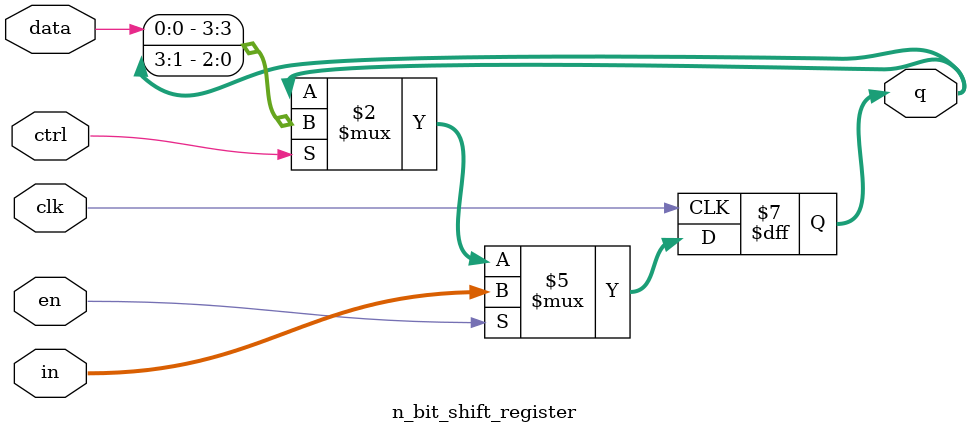
<source format=v>
module n_bit_shift_register(clk,ctrl,en,data,in,q);
input clk,ctrl,en;
input data;
input [3:0]in;
output reg[3:0]q;
always @(posedge clk)
begin
    if(en)
    begin
       q <= in;
    end
    else if(ctrl)
    begin
        q <= {data,q[3:1]};
    end       
end
endmodule

</source>
